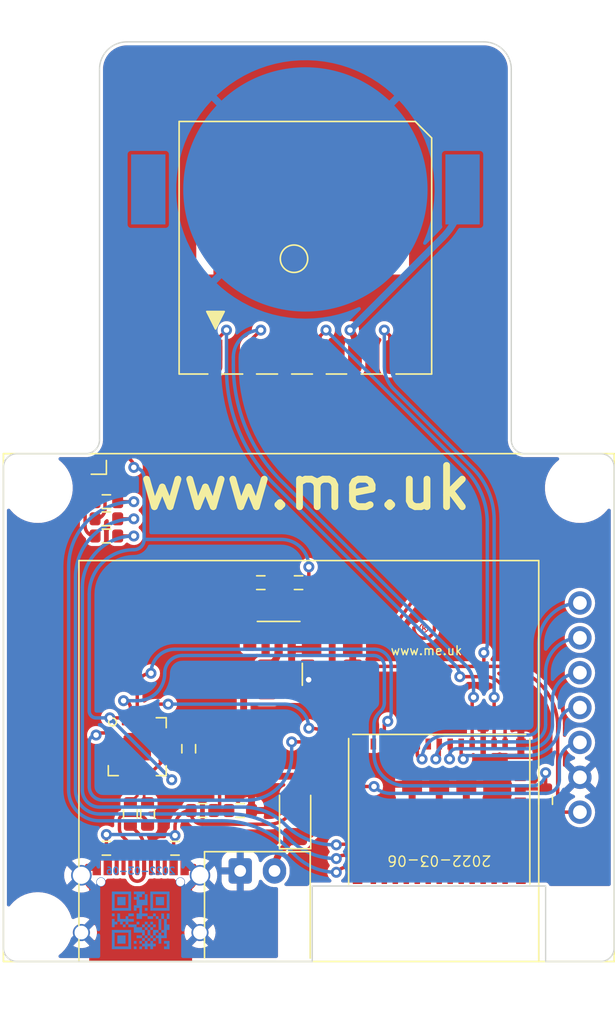
<source format=kicad_pcb>
(kicad_pcb (version 20211014) (generator pcbnew)
  (title_block (title "GPS reference") (date "${DATE}") (rev "5") (company "Adrian Kennard Andrews & Arnold Ltd") (comment 1 "www.me.uk") (comment 2 "@TheRealRevK"))
  (layers (0 "F.Cu" signal) (31 "B.Cu" signal) (34 "B.Paste" user) (35 "F.Paste" user) (36 "B.SilkS" user "B.Silkscreen") (37 "F.SilkS" user "F.Silkscreen") (38 "B.Mask" user) (39 "F.Mask" user) (44 "Edge.Cuts" user))
  (property "DATE" "2022-03-06")
  (net 0 "")
  (net 1 "D+")
  (net 2 "GND")
  (net 3 "D-")
  (net 4 "+3V3")
  (net 5 "VBUS")
  (net 6 "Net-(D2-Pad2)")
  (net 7 "O")
  (net 8 "I")
  (net 9 "Net-(D2-Pad3)")
  (net 10 "Net-(D2-Pad4)")
  (net 11 "Net-(J2-PadA5)")
  (net 12 "Net-(J2-PadA6)")
  (net 13 "EN")
  (net 14 "DC")
  (net 16 "BOOT")
  (net 17 "G")
  (net 18 "R")
  (net 19 "B")
  (net 20 "Net-(J2-PadB5)")
  (net 23 "TICK")
  (net 24 "Net-(BT1-Pad1)")
  (net 25 "GPSTX")
  (net 26 "GPSRX")
  (net 30 "Net-(R12-Pad2)")
  (net 33 "Net-(J2-PadA7)")
  (net 40 "OLED-MOSI")
  (net 41 "OLED-SCLK")
  (net 47 "OLED-CS0")
  (net 52 "Net-(R6-Pad2)")
  (net 54 "OLED-DC")
  (net 55 "OLED-RST")
  (footprint "RevK:QFN-20-1EP_4x4mm_P0.5mm_EP2.5x2.5mm" (layer "F.Cu") (at 87.75 136.35)
    (fp_text reference "U3" hide)
    (fp_text value "FT231XQ")
  )
  (footprint "RevK:R_0603" (layer "F.Cu") (at 117.5 140.25 90)
    (fp_text reference "R1" hide)
    (fp_text value "10k")
  )
  (footprint "RevK:R_0603" (layer "F.Cu") (at 87.25 141.25 90)
    (fp_text reference "R5" hide)
    (fp_text value "27R")
  )
  (footprint "RevK:LED-RGB-1.6x1.6" (layer "F.Cu") (at 85.5 116.5 180)
    (fp_text reference "D2" hide)
    (fp_text value "LED_RGBA")
  )
  (footprint "RevK:R_0603" (layer "F.Cu") (at 90.5 143.75 180)
    (fp_text reference "R3" hide)
    (fp_text value "5K1")
  )
  (footprint "RevK:Hidden" (layer "F.Cu") (at 100.33 131.07)
    (fp_text reference "D3" hide)
    (fp_text value "Schottky")
  )
  (footprint "RevK:R_0603" (layer "F.Cu") (at 88.5 141.25 90)
    (fp_text reference "R4" hide)
    (fp_text value "27R")
  )
  (footprint "RevK:USC16-TR-Round" (layer "F.Cu") (at 88 152)
    (fp_text reference "J2" hide)
    (fp_text value "USB-C")
  )
  (footprint "RevK:R_0603" (layer "F.Cu") (at 85.5 119.75)
    (fp_text reference "R10" hide)
    (fp_text value "2K")
  )
  (footprint "RevK:ESP32-PICO-MINI-02" (layer "F.Cu") (at 109.75 141.05675 180)
    (fp_text reference "U2" hide)
    (fp_text value "ESP32-PICO-MINI-02")
  )
  (footprint "Diode_SMD:D_1206_3216Metric" (layer "F.Cu") (at 99.25 141.5 90)
    (fp_text reference "D1" hide)
    (fp_text value "D" hide)
  )
  (footprint "RevK:R_0603" (layer "F.Cu") (at 95.25 141)
    (fp_text reference "R7" hide)
    (fp_text value "10k")
  )
  (footprint "RevK:R_0603" (layer "F.Cu") (at 85.5 118.5)
    (fp_text reference "R9" hide)
    (fp_text value "680R")
  )
  (footprint "RevK:Hidden" (layer "F.Cu") (at 101.95 127.9)
    (fp_text reference "L1" hide)
    (fp_text value "6.8uH")
  )
  (footprint "RevK:OLED1.5-RGB" (layer "F.Cu") (at 78 152)
    (fp_text reference "M1" hide)
    (fp_text value "OLED1.5-RGB")
  )
  (footprint "RevK:RegulatorBlockFB" (layer "F.Cu") (at 98.05 127.9)
    (fp_text reference "U4" hide)
    (fp_text value "LMR16006+FB")
  )
  (footprint "RevK:Hidden" (layer "F.Cu") (at 95.95 128.15 90)
    (fp_text reference "C2" hide)
    (fp_text value "0.1uF")
  )
  (footprint "RevK:R_0603" (layer "F.Cu") (at 96.75 124.4)
    (fp_text reference "R12" hide)
    (fp_text value "3M 1% or NF")
  )
  (footprint "RevK:Hidden" (layer "F.Cu") (at 97.2 131.45 90)
    (fp_text reference "C3" hide)
    (fp_text value "2.2uF")
  )
  (footprint "RevK:Hidden" (layer "F.Cu") (at 103.45 131.45 90)
    (fp_text reference "C4" hide)
    (fp_text value "10uF")
  )
  (footprint "RevK:R_0603" (layer "F.Cu") (at 92.5 141)
    (fp_text reference "R6" hide)
    (fp_text value "4k7")
  )
  (footprint "RevK:R_0603" (layer "F.Cu") (at 85.5 121)
    (fp_text reference "R11" hide)
    (fp_text value "220R")
  )
  (footprint "RevK:C_0603" (layer "F.Cu") (at 91.5 136.5 90)
    (fp_text reference "C1" hide)
    (fp_text value "0.1uF")
  )
  (footprint "RevK:R_0603" (layer "F.Cu") (at 85.5 143.75 180)
    (fp_text reference "R2" hide)
    (fp_text value "5K1")
  )
  (footprint "RevK:Molex_MiniSPOX_H2RA" (layer "F.Cu") (at 96.5 145.4)
    (fp_text reference "J1" hide)
    (fp_text value "DC")
  )
  (footprint "RevK:L86-M33" (layer "F.Cu") (at 100 100 -90)
    (fp_text reference "U1" hide)
    (fp_text value "L86-M33")
  )
  (footprint "RevK:AJK" (layer "F.Cu") (at 109.4 125.6)
    (fp_text reference "Logo2" hide)
    (fp_text value "AJK" hide)
  )
  (footprint "RevK:R_0603" (layer "F.Cu") (at 99.5 124.4 180)
    (fp_text reference "R8" hide)
    (fp_text value "10M 1% or 0R")
  )
  (footprint "RevK:QR-SS" (layer "B.Cu") (at 88 149)
    (fp_text reference "U5" hide)
    (fp_text value "QR" hide)
  )
  (footprint "RevK:Battery-Holder-2032" (layer "B.Cu") (at 100 95.75 180)
    (fp_text reference "BT1" hide)
    (fp_text value "Battery_Cell")
  )
  (gr_arc (start 113 85) (mid 114.414214 85.585786) (end 115 87) (layer "Edge.Cuts") (width 0.1))
  (gr_line (start 87 85) (end 113 85) (layer "Edge.Cuts") (width 0.1))
  (gr_line (start 116 115) (end 121.5 115) (layer "Edge.Cuts") (width 0.1))
  (gr_arc (start 121.5 115) (mid 122.207107 115.292893) (end 122.5 116) (layer "Edge.Cuts") (width 0.1))
  (gr_arc (start 85 87) (mid 85.585786 85.585786) (end 87 85) (layer "Edge.Cuts") (width 0.1))
  (gr_line (start 79 115) (end 84 115) (layer "Edge.Cuts") (width 0.1))
  (gr_line (start 85 87) (end 85 114) (layer "Edge.Cuts") (width 0.1))
  (gr_arc (start 78 116) (mid 78.292893 115.292893) (end 79 115) (layer "Edge.Cuts") (width 0.1))
  (gr_line (start 117.5 152) (end 121.5 152) (layer "Edge.Cuts") (width 0.1))
  (gr_arc (start 122.5 151) (mid 122.207107 151.707107) (end 121.5 152) (layer "Edge.Cuts") (width 0.1))
  (gr_line (start 100.5 146.5) (end 100.5 152) (layer "Edge.Cuts") (width 0.1))
  (gr_line (start 122.5 116) (end 122.5 151) (layer "Edge.Cuts") (width 0.1))
  (gr_line (start 117.5 146.5) (end 100.5 146.5) (layer "Edge.Cuts") (width 0.1))
  (gr_line (start 78 116) (end 78 151) (layer "Edge.Cuts") (width 0.1))
  (gr_line (start 115 87) (end 115 114) (layer "Edge.Cuts") (width 0.1))
  (gr_line (start 100.5 152) (end 79 152) (layer "Edge.Cuts") (width 0.1))
  (gr_line (start 117.5 152) (end 117.5 146.5) (layer "Edge.Cuts") (width 0.1))
  (gr_arc (start 79 152) (mid 78.292893 151.707107) (end 78 151) (layer "Edge.Cuts") (width 0.1))
  (gr_arc (start 116 115) (mid 115.292893 114.707107) (end 115 114) (layer "Edge.Cuts") (width 0.1))
  (gr_arc (start 85 114) (mid 84.707107 114.707107) (end 84 115) (layer "Edge.Cuts") (width 0.1))
  (gr_text "www.me.uk" (at 100 117.5) (layer "F.SilkS") (effects (font (size 3 3) (thickness 0.5))))
  (segment (start 87.25 140.425) (end 87.75 139.925) (width 0.2) (layer "F.Cu") (net 1))
  (segment (start 87.75 139.925) (end 87.75 138.25) (width 0.2) (layer "F.Cu") (net 1))
  (segment (start 85.85 136.35) (end 87.75 136.35) (width 0.25) (layer "F.Cu") (net 2))
  (segment (start 103.45 132.4) (end 103.8 132.75) (width 0.25) (layer "F.Cu") (net 2))
  (segment (start 84.675 143.75) (end 84.675 138.075) (width 0.25) (layer "F.Cu") (net 2))
  (segment (start 101.8125 131.07) (end 100.642201 131.07) (width 0.5) (layer "F.Cu") (net 2))
  (segment (start 86.75 138.25) (end 86.75 137.35) (width 0.25) (layer "F.Cu") (net 2))
  (segment (start 86.75 137.35) (end 87.75 136.35) (width 0.25) (layer "F.Cu") (net 2))
  (segment (start 85.85 137.35) (end 86.75 137.35) (width 0.25) (layer "F.Cu") (net 2))
  (segment (start 85.85 137.35) (end 85.4 137.35) (width 0.25) (layer "F.Cu") (net 2))
  (segment (start 89.65 136.35) (end 87.75 136.35) (width 0.25) (layer "F.Cu") (net 2))
  (segment (start 90.875 136.35) (end 89.65 136.35) (width 0.25) (layer "F.Cu") (net 2))
  (segment (start 100.642201 131.07) (end 100.237701 131.4745) (width 0.5) (layer "F.Cu") (net 2))
  (segment (start 87.25 135.85) (end 87.75 136.35) (width 0.25) (layer "F.Cu") (net 2))
  (segment (start 103.8 132.75) (end 103.8 136.10675) (width 0.25) (layer "F.Cu") (net 2))
  (segment (start 85.85 135.85) (end 87.25 135.85) (width 0.25) (layer "F.Cu") (net 2))
  (segment (start 85.85 136.85) (end 87.25 136.85) (width 0.25) (layer "F.Cu") (net 2))
  (via (at 100.237701 131.4745) (size 0.8) (drill 0.4) (layers "F.Cu" "B.Cu") (net 2))
  (arc (start 85.4 137.35) (mid 84.887348 137.562348) (end 84.675 138.075) (width 0.25) (layer "F.Cu") (net 2))
  (arc (start 91.5 135.725) (mid 91.316942 136.166942) (end 90.875 136.35) (width 0.25) (layer "F.Cu") (net 2))
  (segment (start 88.25 140.175) (end 88.5 140.425) (width 0.2) (layer "F.Cu") (net 3))
  (segment (start 88.25 138.25) (end 88.25 140.175) (width 0.2) (layer "F.Cu") (net 3))
  (segment (start 89.25 137.75) (end 90.262299 138.762299) (width 0.25) (layer "F.Cu") (net 4))
  (segment (start 85.375 115.25) (end 86.75 115.25) (width 0.25) (layer "F.Cu") (net 4))
  (segment (start 100.325 124.4) (end 102.65 124.4) (width 0.25) (layer "F.Cu") (net 4))
  (segment (start 117.5 142) (end 117.5 141.075) (width 0.25) (layer "F.Cu") (net 4))
  (segment (start 103.45 127.95) (end 103.45 125.2) (width 0.25) (layer "F.Cu") (net 4))
  (segment (start 113.1 130.5) (end 114 130.5) (width 0.25) (layer "F.Cu") (net 4))
  (segment (start 89.25 137.75) (end 88.75 138.25) (width 0.25) (layer "F.Cu") (net 4))
  (segment (start 101.07 107.95) (end 101.07 106.43) (width 0.25) (layer "F.Cu") (net 4))
  (segment (start 117.545 141.12) (end 118.38 141.12) (width 0.25) (layer "F.Cu") (net 4))
  (segment (start 118.38 141.12) (end 120 141.12) (width 0.25) (layer "F.Cu") (net 4))
  (segment (start 103.45 130.5) (end 113.1 130.5) (width 0.25) (layer "F.Cu") (net 4))
  (segment (start 91.075 136.85) (end 89.65 136.85) (width 0.25) (layer "F.Cu") (net 4))
  (segment (start 101.07 106.43) (end 101.5 106) (width 0.25) (layer "F.Cu") (net 4))
  (segment (start 118.38 141.12) (end 118.38 134.88) (width 0.25) (layer "F.Cu") (net 4))
  (segment (start 89.65 136.85) (end 89.65 137.35) (width 0.25) (layer "F.Cu") (net 4))
  (segment (start 115.65 143.45675) (end 116.04325 143.45675) (width 0.25) (layer "F.Cu") (net 4))
  (segment (start 117.5 141.075) (end 117.545 141.12) (width 0.25) (layer "F.Cu") (net 4))
  (segment (start 86.75 134.45) (end 86.55 134.25) (width 0.25) (layer "F.Cu") (net 4))
  (segment (start 89.65 137.35) (end 89.25 137.75) (width 0.25) (layer "F.Cu") (net 4))
  (segment (start 113 129.5) (end 113 130.4) (width 0.25) (layer "F.Cu") (net 4))
  (segment (start 86.55 134.25) (end 85.9745 134.25) (width 0.25) (layer "F.Cu") (net 4))
  (segment (start 100.25 123.25) (end 100.25 124.325) (width 0.25) (layer "F.Cu") (net 4))
  (via (at 100.25 123.25) (size 0.8) (drill 0.4) (layers "F.Cu" "B.Cu") (net 4))
  (via (at 113 129.5) (size 0.8) (drill 0.4) (layers "F.Cu" "B.Cu") (net 4))
  (via (at 101.5 106) (size 0.8) (drill 0.4) (layers "F.Cu" "B.Cu") (net 4))
  (via (at 85.75 134.25) (size 0.8) (drill 0.4) (layers "F.Cu" "B.Cu") (net 4))
  (via (at 90.262299 138.762299) (size 0.8) (drill 0.4) (layers "F.Cu" "B.Cu") (net 4))
  (via (at 87.5 116) (size 0.8) (drill 0.4) (layers "F.Cu" "B.Cu") (net 4))
  (arc (start 84.625 116) (mid 84.84467 115.46967) (end 85.375 115.25) (width 0.25) (layer "F.Cu") (net 4))
  (arc (start 102.65 124.4) (mid 103.215685 124.634315) (end 103.45 125.2) (width 0.25) (layer "F.Cu") (net 4))
  (arc (start 86.75 115.25) (mid 87.28033 115.46967) (end 87.5 116) (width 0.25) (layer "F.Cu") (net 4))
  (arc (start 91.5 137.275) (mid 91.37552 136.97448) (end 91.075 136.85) (width 0.25) (layer "F.Cu") (net 4))
  (arc (start 116.04325 143.45675) (mid 117.073328 143.030078) (end 117.5 142) (width 0.25) (layer "F.Cu") (net 4))
  (arc (start 114 130.5) (mid 117.097128 131.782872) (end 118.38 134.88) (width 0.25) (layer "F.Cu") (net 4))
  (arc (start 113 130.4) (mid 113.029289 130.470711) (end 113.1 130.5) (width 0.25) (layer "F.Cu") (net 4))
  (arc (start 100.25 124.325) (mid 100.271967 124.378033) (end 100.325 124.4) (width 0.25) (layer "F.Cu") (net 4))
  (segment (start 90.262299 138.762299) (end 85.75 134.25) (width 0.25) (layer "B.Cu") (net 4))
  (segment (start 88.25 121.25) (end 88.25 116.75) (width 0.25) (layer "B.Cu") (net 4))
  (segment (start 84.25 133.75) (end 84.25 125.25) (width 0.25) (layer "B.Cu") (net 4))
  (segment (start 111.625 116.125) (end 101.5 106) (width 0.25) (layer "B.Cu") (net 4))
  (segment (start 113.25 128.896447) (end 113.25 120.048097) (width 0.25) (layer "B.Cu") (net 4))
  (segment (start 88.25 121.25) (end 98.25 121.25) (width 0.25) (layer "B.Cu") (net 4))
  (segment (start 85.75 134.25) (end 84.75 134.25) (width 0.25) (layer "B.Cu") (net 4))
  (arc (start 84.25 125.25) (mid 85.201903 122.951903) (end 87.5 122) (width 0.25) (layer "B.Cu") (net 4))
  (arc (start 87.5 122) (mid 88.03033 121.78033) (end 88.25 121.25) (width 0.25) (layer "B.Cu") (net 4))
  (arc (start 113 129.5) (mid 113.185027 129.223087) (end 113.25 128.896447) (width 0.25) (layer "B.Cu") (net 4))
  (arc (start 88.25 116.75) (mid 88.03033 116.21967) (end 87.5 116) (width 0.25) (layer "B.Cu") (net 4))
  (arc (start 113.25 120.048097) (mid 112.827676 117.924932) (end 111.625 116.125) (width 0.25) (layer "B.Cu") (net 4))
  (arc (start 84.75 134.25) (mid 84.396447 134.103553) (end 84.25 133.75) (width 0.25) (layer "B.Cu") (net 4))
  (arc (start 98.25 121.25) (mid 99.664214 121.835786) (end 100.25 123.25) (width 0.25) (layer "B.Cu") (net 4))
  (segment (start 91.675 141) (end 91.675 141.175) (width 0.25) (layer "F.Cu") (net 5))
  (segment (start 85.5 145.04) (end 85.6 145.14) (width 0.25) (layer "F.Cu") (net 5))
  (segment (start 90.4 145.14) (end 90.4 142.923421) (width 0.25) (layer "F.Cu") (net 5))
  (segment (start 85.5 142.75) (end 85.5 145.04) (width 0.25) (layer "F.Cu") (net 5))
  (segment (start 92.5 142) (end 97.35 142) (width 0.25) (layer "F.Cu") (net 5))
  (segment (start 90.500983 142.174017) (end 90.500983 142.822438) (width 0.25) (layer "F.Cu") (net 5))
  (via (at 85.5 142.75) (size 0.8) (drill 0.4) (layers "F.Cu" "B.Cu") (net 5))
  (via (at 90.500983 142.822438) (size 0.8) (drill 0.4) (layers "F.Cu" "B.Cu") (net 5))
  (arc (start 97.35 142) (mid 98.693503 141.443503) (end 99.25 140.1) (width 0.25) (layer "F.Cu") (net 5))
  (arc (start 90.4 142.923421) (mid 90.429577 142.852015) (end 90.500983 142.822438) (width 0.25) (layer "F.Cu") (net 5))
  (arc (start 91.675 141.175) (mid 91.916637 141.758363) (end 92.5 142) (width 0.25) (layer "F.Cu") (net 5))
  (arc (start 91.675 141) (mid 90.844845 141.343862) (end 90.500983 142.174017) (width 0.25) (layer "F.Cu") (net 5))
  (segment (start 90.428545 142.75) (end 90.500983 142.822438) (width 0.25) (layer "B.Cu") (net 5))
  (segment (start 85.5 142.75) (end 90.428545 142.75) (width 0.25) (layer "B.Cu") (net 5))
  (segment (start 85.374511 117.374511) (end 85.374511 116.825489) (width 0.25) (layer "F.Cu") (net 6))
  (segment (start 86.2 116) (end 86.375 116) (width 0.25) (layer "F.Cu") (net 6))
  (segment (start 84.675 118.274022) (end 85.233089 117.715933) (width 0.25) (layer "F.Cu") (net 6))
  (segment (start 84.675 118.5) (end 84.675 118.274022) (width 0.25) (layer "F.Cu") (net 6))
  (arc (start 85.374511 116.825489) (mid 85.616291 116.24178) (end 86.2 116) (width 0.25) (layer "F.Cu") (net 6))
  (arc (start 85.233089 117.715933) (mid 85.337757 117.559287) (end 85.374511 117.374511) (width 0.25) (layer "F.Cu") (net 6))
  (segment (start 84.75 135.5) (end 84.9 135.35) (width 0.25) (layer "F.Cu") (net 7))
  (segment (start 99 136) (end 100.75 136) (width 0.25) (layer "F.Cu") (net 7))
  (segment (start 84.9 135.35) (end 85.85 135.35) (width 0.25) (layer "F.Cu") (net 7))
  (segment (start 102.5 137.75) (end 102.5 140.50675) (width 0.25) (layer "F.Cu") (net 7))
  (via (at 99 136) (size 0.8) (drill 0.4) (layers "F.Cu" "B.Cu") (net 7))
  (via (at 84.75 135.5) (size 0.8) (drill 0.4) (layers "F.Cu" "B.Cu") (net 7))
  (arc (start 102.5 140.50675) (mid 102.895406 141.461344) (end 103.85 141.85675) (width 0.25) (layer "F.Cu") (net 7))
  (arc (start 100.75 136) (mid 101.987437 136.512563) (end 102.5 137.75) (width 0.25) (layer "F.Cu") (net 7))
  (segment (start 95.75 140.25) (end 85.25 140.25) (width 0.25) (layer "B.Cu") (net 7))
  (segment (start 84.25 139.25) (end 84.25 136) (width 0.25) (layer "B.Cu") (net 7))
  (segment (start 99 136) (end 99 137) (width 0.25) (layer "B.Cu") (net 7))
  (arc (start 99 137) (mid 98.048097 139.298097) (end 95.75 140.25) (width 0.25) (layer "B.Cu") (net 7))
  (arc (start 85.25 140.25) (mid 84.542893 139.957107) (end 84.25 139.25) (width 0.25) (layer "B.Cu") (net 7))
  (arc (start 84.25 136) (mid 84.396447 135.646447) (end 84.75 135.5) (width 0.25) (layer "B.Cu") (net 7))
  (segment (start 103.85 141.05675) (end 103.55675 141.05675) (width 0.25) (layer "F.Cu") (net 8))
  (segment (start 89.052672 133.25) (end 90 133.25) (width 0.25) (layer "F.Cu") (net 8))
  (segment (start 88.25 134.45) (end 88.25 134.052672) (width 0.25) (layer "F.Cu") (net 8))
  (segment (start 103.125489 140.625489) (end 103.125489 137.875489) (width 0.25) (layer "F.Cu") (net 8))
  (via (at 100.25 135) (size 0.8) (drill 0.4) (layers "F.Cu" "B.Cu") (net 8))
  (via (at 90 133.25) (size 0.8) (drill 0.4) (layers "F.Cu" "B.Cu") (net 8))
  (arc (start 88.25 134.052672) (mid 88.485097 133.485097) (end 89.052672 133.25) (width 0.25) (layer "F.Cu") (net 8))
  (arc (start 103.55675 141.05675) (mid 103.251802 140.930437) (end 103.125489 140.625489) (width 0.25) (layer "F.Cu") (net 8))
  (arc (start 100.25 135) (mid 102.283278 135.842211) (end 103.125489 137.875489) (width 0.25) (layer "F.Cu") (net 8))
  (segment (start 90 133.25) (end 98.5 133.25) (width 0.25) (layer "B.Cu") (net 8))
  (arc (start 98.5 133.25) (mid 99.737437 133.762563) (end 100.25 135) (width 0.25) (layer "B.Cu") (net 8))
  (segment (start 85.679108 117.929108) (end 85.676553 117.931663) (width 0.25) (layer "F.Cu") (net 9))
  (segment (start 86.210091 117.398124) (end 85.679108 117.929108) (width 0.25) (layer "F.Cu") (net 9))
  (segment (start 85.39952 118.60048) (end 85.39952 119.02548) (width 0.25) (layer "F.Cu") (net 9))
  (arc (start 85.676553 117.931663) (mid 85.471519 118.238519) (end 85.39952 118.60048) (width 0.25) (layer "F.Cu") (net 9))
  (arc (start 86.375 117) (mid 86.332142 117.215463) (end 86.210091 117.398124) (width 0.25) (layer "F.Cu") (net 9))
  (arc (start 85.39952 119.02548) (mid 85.187313 119.537793) (end 84.675 119.75) (width 0.25) (layer "F.Cu") (net 9))
  (segment (start 83.95048 117.67452) (end 83.95048 120.27548) (width 0.25) (layer "F.Cu") (net 10))
  (arc (start 84.625 117) (mid 84.148042 117.197562) (end 83.95048 117.67452) (width 0.25) (layer "F.Cu") (net 10))
  (arc (start 83.95048 120.27548) (mid 84.162687 120.787793) (end 84.675 121) (width 0.25) (layer "F.Cu") (net 10))
  (segment (start 86.75 145.14) (end 86.75 144.175) (width 0.25) (layer "F.Cu") (net 11))
  (arc (start 86.75 144.175) (mid 86.62552 143.87448) (end 86.325 143.75) (width 0.25) (layer "F.Cu") (net 11))
  (segment (start 87.25 142.075) (end 87.783615 142.608615) (width 0.25) (layer "F.Cu") (net 12))
  (segment (start 88.25452 143.74548) (end 88.25452 144.19548) (width 0.25) (layer "F.Cu") (net 12))
  (segment (start 88.75 144.7) (end 88.75 145.14) (width 0.25) (layer "F.Cu") (net 12))
  (segment (start 87.75 145.14) (end 87.75 144.7) (width 0.25) (layer "F.Cu") (net 12))
  (arc (start 88.25 144.2) (mid 88.603553 144.346447) (end 88.75 144.7) (width 0.25) (layer "F.Cu") (net 12))
  (arc (start 87.783615 142.608615) (mid 88.132136 143.130213) (end 88.25452 143.74548) (width 0.25) (layer "F.Cu") (net 12))
  (arc (start 88.25452 144.19548) (mid 88.253196 144.198676) (end 88.25 144.2) (width 0.25) (layer "F.Cu") (net 12))
  (arc (start 87.75 144.7) (mid 87.896447 144.346447) (end 88.25 144.2) (width 0.25) (layer "F.Cu") (net 12))
  (segment (start 117.5 139.425) (end 115.68175 139.425) (width 0.25) (layer "F.Cu") (net 13))
  (segment (start 87.25 134.45) (end 87.25 133.5) (width 0.25) (layer "F.Cu") (net 13))
  (segment (start 117.5 138.25) (end 117.5 139.425) (width 0.25) (layer "F.Cu") (net 13))
  (segment (start 115.68175 139.425) (end 115.65 139.45675) (width 0.25) (layer "F.Cu") (net 13))
  (via (at 117.5 138.25) (size 0.8) (drill 0.4) (layers "F.Cu" "B.Cu") (net 13))
  (via (at 86.75 133) (size 0.8) (drill 0.4) (layers "F.Cu" "B.Cu") (net 13))
  (arc (start 87.25 133.5) (mid 87.103553 133.146447) (end 86.75 133) (width 0.25) (layer "F.Cu") (net 13))
  (segment (start 87.75 133) (end 86.75 133) (width 0.25) (layer "B.Cu") (net 13))
  (segment (start 104.95623 129.70623) (end 91.04377 129.70623) (width 0.25) (layer "B.Cu") (net 13))
  (segment (start 105 136.89902) (end 105 134.75) (width 0.25) (layer "B.Cu") (net 13))
  (segment (start 116.55049 139.19951) (end 107.30049 139.19951) (width 0.25) (layer "B.Cu") (net 13))
  (segment (start 105.353554 133.896446) (end 105.5 133.75) (width 0.25) (layer "B.Cu") (net 13))
  (segment (start 105.75 133.146447) (end 105.75 130.5) (width 0.25) (layer "B.Cu") (net 13))
  (arc (start 105.5 133.75) (mid 105.685027 133.473088) (end 105.75 133.146447) (width 0.25) (layer "B.Cu") (net 13))
  (arc (start 107.30049 139.19951) (mid 105.673798 138.525712) (end 105 136.89902) (width 0.25) (layer "B.Cu") (net 13))
  (arc (start 105.75 130.5) (mid 105.51751 129.93872) (end 104.95623 129.70623) (width 0.25) (layer "B.Cu") (net 13))
  (arc (start 91.04377 129.70623) (mid 90.128936 130.085166) (end 89.75 131) (width 0.25) (layer "B.Cu") (net 13))
  (arc (start 89.75 131) (mid 89.164214 132.414214) (end 87.75 133) (width 0.25) (layer "B.Cu") (net 13))
  (arc (start 117.5 138.25) (mid 117.221895 138.921405) (end 116.55049 139.19951) (width 0.25) (layer "B.Cu") (net 13))
  (arc (start 105 134.75) (mid 105.091886 134.28806) (end 105.353554 133.896446) (width 0.25) (layer "B.Cu") (net 13))
  (segment (start 98.457107 143.692893) (end 99.25 142.9) (width 0.5) (layer "F.Cu") (net 14))
  (segment (start 97.1 129.25) (end 98.05 129.25) (width 0.25) (layer "F.Cu") (net 14))
  (segment (start 100.75 142) (end 100.75 139.61073) (width 0.5) (layer "F.Cu") (net 14))
  (segment (start 99.63927 138.5) (end 97.25 138.5) (width 0.5) (layer "F.Cu") (net 14))
  (segment (start 95.5 136.75) (end 95.5 132.2) (width 0.5) (layer "F.Cu") (net 14))
  (segment (start 99.25 142.9) (end 99.85 142.9) (width 0.5) (layer "F.Cu") (net 14))
  (arc (start 97.25 138.5) (mid 96.012563 137.987437) (end 95.5 136.75) (width 0.5) (layer "F.Cu") (net 14))
  (arc (start 97.75 145.4) (mid 97.933771 144.47612) (end 98.457107 143.692893) (width 0.5) (layer "F.Cu") (net 14))
  (arc (start 95.5 132.2) (mid 95.997918 130.997918) (end 97.2 130.5) (width 0.5) (layer "F.Cu") (net 14))
  (arc (start 100.75 139.61073) (mid 100.424675 138.825325) (end 99.63927 138.5) (width 0.5) (layer "F.Cu") (net 14))
  (arc (start 99.85 142.9) (mid 100.486396 142.636396) (end 100.75 142) (width 0.5) (layer "F.Cu") (net 14))
  (segment (start 105.75 134.75) (end 106 134.5) (width 0.25) (layer "F.Cu") (net 16))
  (segment (start 87.75 134.45) (end 87.75 132) (width 0.25) (layer "F.Cu") (net 16))
  (segment (start 105.75 136.15675) (end 105.75 134.75) (width 0.25) (layer "F.Cu") (net 16))
  (via (at 88.75 131) (size 0.8) (drill 0.4) (layers "F.Cu" "B.Cu") (net 16))
  (via (at 106 134.5) (size 0.8) (drill 0.4) (layers "F.Cu" "B.Cu") (net 16))
  (arc (start 87.75 132) (mid 88.042893 131.292893) (end 88.75 131) (width 0.25) (layer "F.Cu") (net 16))
  (segment (start 105 129.25) (end 90.5 129.25) (width 0.25) (layer "B.Cu") (net 16))
  (segment (start 106.25 133.896447) (end 106.25 130.5) (width 0.25) (layer "B.Cu") (net 16))
  (arc (start 106 134.5) (mid 106.185027 134.223087) (end 106.25 133.896447) (width 0.25) (layer "B.Cu") (net 16))
  (arc (start 106.25 130.5) (mid 105.883883 129.616117) (end 105 129.25) (width 0.25) (layer "B.Cu") (net 16))
  (arc (start 90.5 129.25) (mid 89.262563 129.762563) (end 88.75 131) (width 0.25) (layer "B.Cu") (net 16))
  (segment (start 87.5 119.75) (end 86.325 119.75) (width 0.25) (layer "F.Cu") (net 17))
  (segment (start 102.837257 144.25675) (end 103.85 144.25675) (width 0.25) (layer "F.Cu") (net 17))
  (via (at 102.25 144.5) (size 0.8) (drill 0.4) (layers "F.Cu" "B.Cu") (net 17))
  (via (at 87.5 119.75) (size 0.8) (drill 0.4) (layers "F.Cu" "B.Cu") (net 17))
  (arc (start 102.25 144.5) (mid 102.519435 144.319969) (end 102.837257 144.25675) (width 0.25) (layer "F.Cu") (net 17))
  (segment (start 94.525127 141.25) (end 85 141.25) (width 0.25) (layer "B.Cu") (net 17))
  (segment (start 98.835787 143.085786) (end 98.75 143) (width 0.25) (layer "B.Cu") (net 17))
  (segment (start 83.25 139.5) (end 83.25 124) (width 0.25) (layer "B.Cu") (net 17))
  (arc (start 98.75 143) (mid 96.811612 141.70481) (end 94.525127 141.25) (width 0.25) (layer "B.Cu") (net 17))
  (arc (start 83.25 124) (mid 84.494796 120.994796) (end 87.5 119.75) (width 0.25) (layer "B.Cu") (net 17))
  (arc (start 102.25 144.5) (mid 100.402241 144.132458) (end 98.835787 143.085786) (width 0.25) (layer "B.Cu") (net 17))
  (arc (start 85 141.25) (mid 83.762563 140.737437) (end 83.25 139.5) (width 0.25) (layer "B.Cu") (net 17))
  (segment (start 87.5 118.5) (end 86.325 118.5) (width 0.25) (layer "F.Cu") (net 18))
  (segment (start 103.85 145.05675) (end 103.3201 145.05675) (width 0.25) (layer "F.Cu") (net 18))
  (via (at 87.5 118.5) (size 0.8) (drill 0.4) (layers "F.Cu" "B.Cu") (net 18))
  (via (at 102.25 145.5) (size 0.8) (drill 0.4) (layers "F.Cu" "B.Cu") (net 18))
  (arc (start 103.3201 145.05675) (mid 102.740966 145.171947) (end 102.25 145.5) (width 0.25) (layer "F.Cu") (net 18))
  (segment (start 82.75 139.5) (end 82.75 123.25) (width 0.25) (layer "B.Cu") (net 18))
  (segment (start 99.262562 144.262562) (end 98.75 143.75) (width 0.25) (layer "B.Cu") (net 18))
  (segment (start 93.921573 141.75) (end 85 141.75) (width 0.25) (layer "B.Cu") (net 18))
  (arc (start 102.25 145.5) (mid 100.63321 145.1784) (end 99.262562 144.262562) (width 0.25) (layer "B.Cu") (net 18))
  (arc (start 85 141.75) (mid 83.40901 141.09099) (end 82.75 139.5) (width 0.25) (layer "B.Cu") (net 18))
  (arc (start 82.75 123.25) (mid 84.141243 119.891243) (end 87.5 118.5) (width 0.25) (layer "B.Cu") (net 18))
  (arc (start 98.75 143.75) (mid 96.534699 142.269783) (end 93.921573 141.75) (width 0.25) (layer "B.Cu") (net 18))
  (segment (start 103.85 143.45675) (end 102.354414 143.45675) (width 0.25) (layer "F.Cu") (net 19))
  (segment (start 87.5 121) (end 86.325 121) (width 0.25) (layer "F.Cu") (net 19))
  (via (at 102.25 143.5) (size 0.8) (drill 0.4) (layers "F.Cu" "B.Cu") (net 19))
  (via (at 87.5 121) (size 0.8) (drill 0.4) (layers "F.Cu" "B.Cu") (net 19))
  (arc (start 102.354414 143.45675) (mid 102.297906 143.46799) (end 102.25 143.5) (width 0.25) (layer "F.Cu") (net 19))
  (segment (start 102.25 143.5) (end 102.12132 143.5) (width 0.25) (layer "B.Cu") (net 19))
  (segment (start 95.482234 140.75) (end 85 140.75) (width 0.25) (layer "B.Cu") (net 19))
  (segment (start 83.75 139.5) (end 83.75 124.75) (width 0.25) (layer "B.Cu") (net 19))
  (arc (start 85 140.75) (mid 84.116117 140.383883) (end 83.75 139.5) (width 0.25) (layer "B.Cu") (net 19))
  (arc (start 83.75 124.75) (mid 84.84835 122.09835) (end 87.5 121) (width 0.25) (layer "B.Cu") (net 19))
  (arc (start 102.12132 143.5) (mid 100.161476 143.110163) (end 98.5 142) (width 0.25) (layer "B.Cu") (net 19))
  (arc (start 98.5 142) (mid 97.115437 141.074864) (end 95.482234 140.75) (width 0.25) (layer "B.Cu") (net 19))
  (segment (start 89.75 143.825) (end 89.75 145.14) (width 0.25) (layer "F.Cu") (net 20))
  (segment (start 89.675 143.75) (end 89.75 143.825) (width 0.25) (layer "F.Cu") (net 20))
  (segment (start 113.75 132.75) (end 113.75 136.15675) (width 0.25) (layer "F.Cu") (net 23))
  (segment (start 106.15 107.95) (end 106.15 106.4) (width 0.25) (layer "F.Cu") (net 23))
  (segment (start 106.15 106.4) (end 105.75 106) (width 0.25) (layer "F.Cu") (net 23))
  (via (at 113.75 132.75) (size 0.8) (drill 0.4) (layers "F.Cu" "B.Cu") (net 23))
  (via (at 105.75 106) (size 0.8) (drill 0.4) (layers "F.Cu" "B.Cu") (net 23))
  (segment (start 113.75 132.75) (end 113.75 119.816435) (width 0.25) (layer "B.Cu") (net 23))
  (segment (start 105.75 108.634456) (end 105.75 106) (width 0.25) (layer "B.Cu") (net 23))
  (segment (start 112.192852 116.057148) (end 106.442852 110.307148) (width 0.25) (layer "B.Cu") (net 23))
  (arc (start 106.442852 110.307148) (mid 105.930067 109.53971) (end 105.75 108.634456) (width 0.25) (layer "B.Cu") (net 23))
  (arc (start 113.75 119.816435) (mid 113.34531 117.781923) (end 112.192852 116.057148) (width 0.25) (layer "B.Cu") (net 23))
  (segment (start 103.61 107.95) (end 103.61 106.869116) (width 0.5) (layer "F.Cu") (net 24))
  (via (at 103.25 106) (size 0.8) (drill 0.4) (layers "F.Cu" "B.Cu") (net 24))
  (arc (start 103.61 106.869116) (mid 103.516439 106.398754) (end 103.25 106) (width 0.5) (layer "F.Cu") (net 24))
  (segment (start 110.000431 99.249569) (end 103.25 106) (width 0.5) (layer "B.Cu") (net 24))
  (arc (start 111.45 95.75) (mid 111.073269 97.643953) (end 110.000431 99.249569) (width 0.5) (layer "B.Cu") (net 24))
  (segment (start 95.99 106.76) (end 96.75 106) (width 0.25) (layer "F.Cu") (net 25))
  (segment (start 112.15 132.85) (end 112.15 136.15675) (width 0.25) (layer "F.Cu") (net 25))
  (segment (start 95.99 107.95) (end 95.99 106.76) (width 0.25) (layer "F.Cu") (net 25))
  (segment (start 112.25 132.75) (end 112.15 132.85) (width 0.25) (layer "F.Cu") (net 25))
  (via (at 96.75 106) (size 0.8) (drill 0.4) (layers "F.Cu" "B.Cu") (net 25))
  (via (at 112.25 132.75) (size 0.8) (drill 0.4) (layers "F.Cu" "B.Cu") (net 25))
  (segment (start 112.25 131.81066) (end 112.25 132.75) (width 0.25) (layer "B.Cu") (net 25))
  (segment (start 94.75 108) (end 94.75 108.550253) (width 0.25) (layer "B.Cu") (net 25))
  (segment (start 98.25 117) (end 111.676776 130.426776) (width 0.25) (layer "B.Cu") (net 25))
  (arc (start 94.75 108.550253) (mid 95.659621 113.123223) (end 98.25 117) (width 0.25) (layer "B.Cu") (net 25))
  (arc (start 96.75 106) (mid 95.335786 106.585786) (end 94.75 108) (width 0.25) (layer "B.Cu") (net 25))
  (arc (start 111.676776 130.426776) (mid 112.101024 131.061707) (end 112.25 131.81066) (width 0.25) (layer "B.Cu") (net 25))
  (segment (start 114.55 132.7) (end 114.55 136.15675) (width 0.25) (layer "F.Cu") (net 26))
  (segment (start 111.25 131.25) (end 113.1 131.25) (width 0.25) (layer "F.Cu") (net 26))
  (segment (start 93.45 106.8) (end 94.25 106) (width 0.25) (layer "F.Cu") (net 26))
  (segment (start 93.45 107.95) (end 93.45 106.8) (width 0.25) (layer "F.Cu") (net 26))
  (via (at 111.25 131.25) (size 0.8) (drill 0.4) (layers "F.Cu" "B.Cu") (net 26))
  (via (at 94.25 106) (size 0.8) (drill 0.4) (layers "F.Cu" "B.Cu") (net 26))
  (arc (start 113.1 131.25) (mid 114.125305 131.674695) (end 114.55 132.7) (width 0.25) (layer "F.Cu") (net 26))
  (segment (start 94.25 106) (end 94.25 108.800253) (width 0.25) (layer "B.Cu") (net 26))
  (segment (start 97.75 117.25) (end 110.896447 130.396447) (width 0.25) (layer "B.Cu") (net 26))
  (arc (start 94.25 108.800253) (mid 95.159621 113.373223) (end 97.75 117.25) (width 0.25) (layer "B.Cu") (net 26))
  (arc (start 110.896447 130.396447) (mid 111.158114 130.788061) (end 111.25 131.25) (width 0.25) (layer "B.Cu") (net 26))
  (segment (start 98.675 124.4) (end 97.575 124.4) (width 0.25) (layer "F.Cu") (net 30))
  (segment (start 97.1 124.875) (end 97.575 124.4) (width 0.25) (layer "F.Cu") (net 30))
  (segment (start 97.1 126.55) (end 97.1 124.875) (width 0.25) (layer "F.Cu") (net 30))
  (segment (start 87.25 145.65) (end 87.25 145.14) (width 0.25) (layer "F.Cu") (net 33))
  (segment (start 87.25 145.14) (end 87.25 143.782223) (width 0.25) (layer "F.Cu") (net 33))
  (segment (start 86.45048 142.29952) (end 86.45048 141.657737) (width 0.25) (layer "F.Cu") (net 33))
  (segment (start 87.020892 143.229108) (end 86.704456 142.912672) (width 0.25) (layer "F.Cu") (net 33))
  (segment (start 88.25 145.14) (end 88.25 145.65) (width 0.25) (layer "F.Cu") (net 33))
  (segment (start 86.757737 141.35048) (end 87.77548 141.35048) (width 0.25) (layer "F.Cu") (net 33))
  (arc (start 87.25 143.782223) (mid 87.190457 143.482879) (end 87.020892 143.229108) (width 0.25) (layer "F.Cu") (net 33))
  (arc (start 88.25 145.65) (mid 88.103553 146.003553) (end 87.75 146.15) (width 0.25) (layer "F.Cu") (net 33))
  (arc (start 86.704456 142.912672) (mid 86.516486 142.631356) (end 86.45048 142.29952) (width 0.25) (layer "F.Cu") (net 33))
  (arc (start 87.75 146.15) (mid 87.396447 146.003553) (end 87.25 145.65) (width 0.25) (layer "F.Cu") (net 33))
  (arc (start 86.45048 141.657737) (mid 86.540473 141.440473) (end 86.757737 141.35048) (width 0.25) (layer "F.Cu") (net 33))
  (arc (start 87.77548 141.35048) (mid 88.287793 141.562687) (end 88.5 142.075) (width 0.25) (layer "F.Cu") (net 33))
  (segment (start 104.05675 139.25) (end 103.85 139.45675) (width 0.25) (layer "F.Cu") (net 40))
  (segment (start 105 139.25) (end 104.05675 139.25) (width 0.25) (layer "F.Cu") (net 40))
  (via (at 105 139.25) (size 0.8) (drill 0.4) (layers "F.Cu" "B.Cu") (net 40))
  (segment (start 118.5 137.54) (end 118.5 138.75) (width 0.25) (layer "B.Cu") (net 40))
  (segment (start 117.5 139.75) (end 106.207106 139.75) (width 0.25) (layer "B.Cu") (net 40))
  (arc (start 118.5 138.75) (mid 118.207107 139.457107) (end 117.5 139.75) (width 0.25) (layer "B.Cu") (net 40))
  (arc (start 120 136.04) (mid 118.93934 136.47934) (end 118.5 137.54) (width 0.25) (layer "B.Cu") (net 40))
  (arc (start 106.207106 139.75) (mid 105.553825 139.620054) (end 105 139.25) (width 0.25) (layer "B.Cu") (net 40))
  (segment (start 111.35 136.15675) (end 111.35 137.1) (width 0.25) (layer "F.Cu") (net 41))
  (via (at 111.5 137.25) (size 0.8) (drill 0.4) (layers "F.Cu" "B.Cu") (net 41))
  (arc (start 111.35 137.1) (mid 111.393934 137.206066) (end 111.5 137.25) (width 0.25) (layer "F.Cu") (net 41))
  (segment (start 119.75 133.5) (end 120 133.5) (width 0.25) (layer "B.Cu") (net 41))
  (segment (start 116.25 137) (end 111.75 137) (width 0.25) (layer "B.Cu") (net 41))
  (arc (start 116.25 137) (mid 117.84099 136.34099) (end 118.5 134.75) (width 0.25) (layer "B.Cu") (net 41))
  (arc (start 111.75 137) (mid 111.573223 137.073223) (end 111.5 137.25) (width 0.25) (layer "B.Cu") (net 41))
  (arc (start 118.5 134.75) (mid 118.866117 133.866117) (end 119.75 133.5) (width 0.25) (layer "B.Cu") (net 41))
  (segment (start 110.55 136.15675) (end 110.55 137.2) (width 0.25) (layer "F.Cu") (net 47))
  (via (at 110.5 137.25) (size 0.8) (drill 0.4) (layers "F.Cu" "B.Cu") (net 47))
  (arc (start 110.55 137.2) (mid 110.535355 137.235355) (end 110.5 137.25) (width 0.25) (layer "F.Cu") (net 47))
  (segment (start 118 132.96) (end 118 134.75) (width 0.25) (layer "B.Cu") (net 47))
  (segment (start 110.5 137) (end 110.5 137.25) (width 0.25) (layer "B.Cu") (net 47))
  (segment (start 116.25 136.5) (end 111 136.5) (width 0.25) (layer "B.Cu") (net 47))
  (arc (start 120 130.96) (mid 118.585786 131.545786) (end 118 132.96) (width 0.25) (layer "B.Cu") (net 47))
  (arc (start 118 134.75) (mid 117.487437 135.987437) (end 116.25 136.5) (width 0.25) (layer "B.Cu") (net 47))
  (arc (start 111 136.5) (mid 110.646447 136.646447) (end 110.5 137) (width 0.25) (layer "B.Cu") (net 47))
  (segment (start 93.325 141) (end 93.75 141) (width 0.25) (layer "F.Cu") (net 52))
  (segment (start 88.75 134.45) (end 91.95 134.45) (width 0.25) (layer "F.Cu") (net 52))
  (segment (start 93.75 136.25) (end 93.75 141) (width 0.25) (layer "F.Cu") (net 52))
  (segment (start 93.75 141) (end 94.425 141) (width 0.25) (layer "F.Cu") (net 52))
  (arc (start 91.95 134.45) (mid 93.222792 134.977208) (end 93.75 136.25) (width 0.25) (layer "F.Cu") (net 52))
  (segment (start 109.75 136.15675) (end 109.75 137.000497) (width 0.25) (layer "F.Cu") (net 54))
  (segment (start 109.75 137.000497) (end 109.500497 137.25) (width 0.25) (layer "F.Cu") (net 54))
  (via (at 109.500497 137.25) (size 0.8) (drill 0.4) (layers "F.Cu" "B.Cu") (net 54))
  (segment (start 117.5 130.92) (end 117.5 134.75) (width 0.25) (layer "B.Cu") (net 54))
  (segment (start 116.25 136) (end 110.750497 136) (width 0.25) (layer "B.Cu") (net 54))
  (arc (start 117.5 134.75) (mid 117.133883 135.633883) (end 116.25 136) (width 0.25) (layer "B.Cu") (net 54))
  (arc (start 110.750497 136) (mid 109.866614 136.366117) (end 109.500497 137.25) (width 0.25) (layer "B.Cu") (net 54))
  (arc (start 120 128.42) (mid 118.232233 129.152233) (end 117.5 130.92) (width 0.25) (layer "B.Cu") (net 54))
  (segment (start 108.15 136.15675) (end 108.15 136.9) (width 0.25) (layer "F.Cu") (net 55))
  (via (at 108.5 137.25) (size 0.8) (drill 0.4) (layers "F.Cu" "B.Cu") (net 55))
  (arc (start 108.15 136.9) (mid 108.252513 137.147487) (end 108.5 137.25) (width 0.25) (layer "F.Cu") (net 55))
  (segment (start 117 134.75) (end 117 128.88) (width 0.25) (layer "B.Cu") (net 55))
  (segment (start 110.25 135.5) (end 116.25 135.5) (width 0.25) (layer "B.Cu") (net 55))
  (arc (start 108.5 137.25) (mid 109.012563 136.012563) (end 110.25 135.5) (width 0.25) (layer "B.Cu") (net 55))
  (arc (start 117 128.88) (mid 117.87868 126.75868) (end 120 125.88) (width 0.25) (layer "B.Cu") (net 55))
  (arc (start 116.25 135.5) (mid 116.78033 135.28033) (end 117 134.75) (width 0.25) (layer "B.Cu") (net 55))
  (zone (net 2) (net_name "GND") (layers F&B.Cu) (connect_pads (clearance 0.254)) (min_thickness 0.254) (fill yes (thermal_gap 0.508) (thermal_bridge_width 0.508))
    (polygon (pts (xy 122.5 152) (xy 78 152) (xy 78 85) (xy 122.5 85)))
  )
  (zone (net 0) (net_name "") (layers F&B.Cu) (connect_pads (clearance 0)) (min_thickness 0.254)
    (keepout (tracks allowed) (vias allowed) (pads allowed) (copperpour not_allowed) (footprints allowed))
    (fill (thermal_gap 0.508) (thermal_bridge_width 0.508))
    (polygon (pts (xy 122.5 152) (xy 98 152) (xy 98 146.5) (xy 122.5 146.5)))
  )
)
</source>
